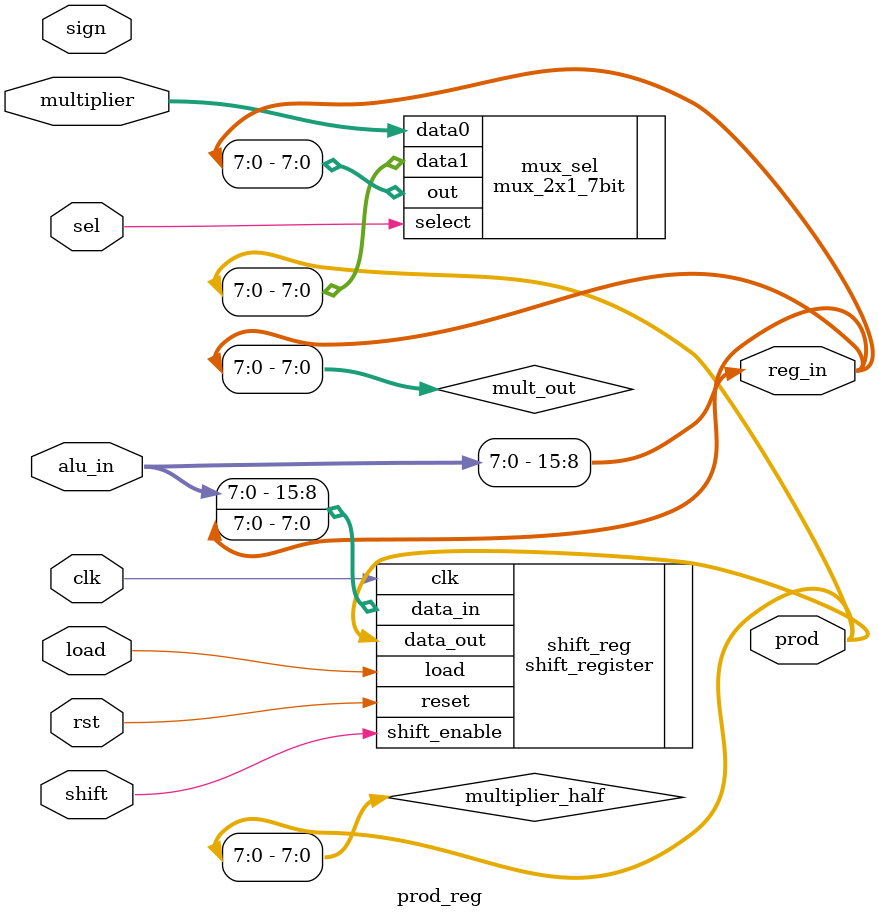
<source format=v>
module prod_reg(
  input wire clk,
  input wire rst,
  input wire load,
  input wire shift,
  input wire [7:0] alu_in,
  input wire [7:0] multiplier,
  input wire sel,
  input wire sign,
  output wire [15:0] prod,
  output wire [15:0] reg_in
);

  wire [7:0] multiplier_half;
  wire [7:0] mult_out;
  
  // Instantiate components
  mux_2x1_7bit mux_sel (
    .select(sel),
    .data0(multiplier),
    .data1(multiplier_half),
    .out(mult_out)
  );
  assign reg_in[15:0] = {alu_in[7:0], mult_out[7:0]};
  assign multiplier_half[7:0] = prod[7:0];
  shift_register shift_reg (.clk(clk), .reset(rst), .load(load), .shift_enable(shift),
    .data_in(reg_in),
    .data_out(prod)
  );

endmodule

</source>
